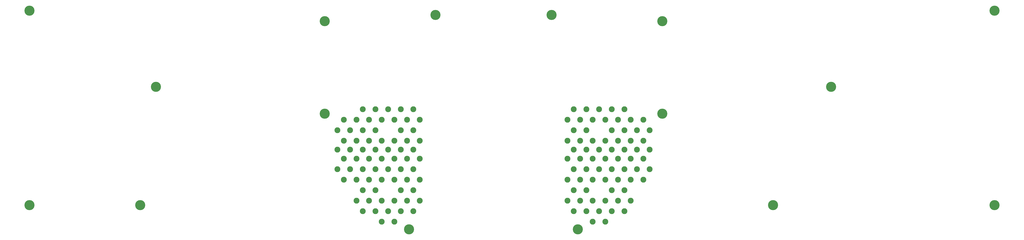
<source format=gbs>
G04 #@! TF.GenerationSoftware,KiCad,Pcbnew,(5.1.6)-1*
G04 #@! TF.CreationDate,2021-02-05T14:28:55+01:00*
G04 #@! TF.ProjectId,top,746f702e-6b69-4636-9164-5f7063625858,rev?*
G04 #@! TF.SameCoordinates,Original*
G04 #@! TF.FileFunction,Soldermask,Bot*
G04 #@! TF.FilePolarity,Negative*
%FSLAX46Y46*%
G04 Gerber Fmt 4.6, Leading zero omitted, Abs format (unit mm)*
G04 Created by KiCad (PCBNEW (5.1.6)-1) date 2021-02-05 14:28:55*
%MOMM*%
%LPD*%
G01*
G04 APERTURE LIST*
%ADD10C,2.800000*%
%ADD11C,1.100000*%
%ADD12C,4.800000*%
G04 APERTURE END LIST*
D10*
X338899600Y-110028400D03*
X347899600Y-114278400D03*
X356899600Y-110028400D03*
X338899600Y-119278400D03*
X329899600Y-114278400D03*
X329899600Y-124278400D03*
X329899600Y-134278400D03*
X338899600Y-139278400D03*
X347899600Y-134278400D03*
X347899600Y-124278400D03*
X356899600Y-119278400D03*
X356899600Y-100778400D03*
X347899600Y-105778400D03*
X329899600Y-105778400D03*
X329899600Y-95778400D03*
X347899600Y-95778400D03*
X338899600Y-90778400D03*
X323899600Y-105778400D03*
X359899600Y-105778400D03*
X353899600Y-105778400D03*
X362899600Y-100778400D03*
X359899600Y-95778400D03*
X362899600Y-110028400D03*
X326899600Y-110028400D03*
X350899600Y-110028400D03*
X344899600Y-110028400D03*
X332899600Y-110028400D03*
X350899600Y-90778400D03*
X359899600Y-114278400D03*
X359899600Y-124278400D03*
X362899600Y-119278400D03*
X350899600Y-100778400D03*
X353899600Y-95778400D03*
X323899600Y-114278400D03*
X350899600Y-119278400D03*
X353899600Y-114278400D03*
X350899600Y-129278400D03*
X353899600Y-124278400D03*
X350899600Y-139278400D03*
X353899600Y-134278400D03*
X326899600Y-119278400D03*
X323899600Y-124278400D03*
X323899600Y-134278400D03*
X326899600Y-129278400D03*
X326899600Y-139278400D03*
X323899600Y-95778400D03*
X326899600Y-90778400D03*
X326899600Y-100778400D03*
X332899600Y-139278400D03*
X344899600Y-139278400D03*
X341899600Y-144278400D03*
X335899600Y-144278400D03*
X344899600Y-119278400D03*
X332899600Y-119278400D03*
X335899600Y-114278400D03*
X341899600Y-114278400D03*
X344899600Y-90778400D03*
X332899600Y-90778400D03*
X335899600Y-134278400D03*
X341899600Y-134278400D03*
X332899600Y-129278400D03*
X344899600Y-129278400D03*
X341899600Y-95778400D03*
X335899600Y-95778400D03*
X344899600Y-100778400D03*
X332899600Y-100778400D03*
X335899600Y-124278400D03*
X341899600Y-124278400D03*
X335899600Y-105778400D03*
X341899600Y-105778400D03*
X235899600Y-105778400D03*
X241899600Y-105778400D03*
X235899600Y-124278400D03*
X241899600Y-124278400D03*
X244899600Y-100778400D03*
X232899600Y-100778400D03*
X241899600Y-95778400D03*
X235899600Y-95778400D03*
X232899600Y-129278400D03*
X244899600Y-129278400D03*
X235899600Y-134278400D03*
X241899600Y-134278400D03*
X244899600Y-90778400D03*
X232899600Y-90778400D03*
X235899600Y-114278400D03*
X241899600Y-114278400D03*
X244899600Y-119278400D03*
X232899600Y-119278400D03*
X241899600Y-144278400D03*
X235899600Y-144278400D03*
X232899600Y-139278400D03*
X244899600Y-139278400D03*
X250899600Y-100778400D03*
X250899600Y-90778400D03*
X253899600Y-95778400D03*
X250899600Y-139278400D03*
X250899600Y-129278400D03*
X253899600Y-134278400D03*
X253899600Y-124278400D03*
X250899600Y-119278400D03*
X223899600Y-134278400D03*
X226899600Y-139278400D03*
X223899600Y-124278400D03*
X226899600Y-129278400D03*
X223899600Y-114278400D03*
X226899600Y-119278400D03*
X253899600Y-114278400D03*
X223899600Y-95778400D03*
X226899600Y-100778400D03*
X214899600Y-119278400D03*
X217899600Y-124278400D03*
X217899600Y-114278400D03*
X226899600Y-90778400D03*
X244899600Y-110028400D03*
X232899600Y-110028400D03*
X226899600Y-110028400D03*
X250899600Y-110028400D03*
X214899600Y-110028400D03*
X217899600Y-95778400D03*
X214899600Y-100778400D03*
X223899600Y-105778400D03*
X217899600Y-105778400D03*
X253899600Y-105778400D03*
X238899600Y-90778400D03*
X229899600Y-95778400D03*
X247899600Y-95778400D03*
X247899600Y-105778400D03*
X229899600Y-105778400D03*
X220899600Y-100778400D03*
X220899600Y-119278400D03*
X229899600Y-124278400D03*
X229899600Y-134278400D03*
X238899600Y-139278400D03*
X247899600Y-134278400D03*
X247899600Y-124278400D03*
X247899600Y-114278400D03*
X238899600Y-119278400D03*
X220899600Y-110028400D03*
X229899600Y-114278400D03*
X238899600Y-110028400D03*
D11*
X370066326Y-47711674D03*
X368899600Y-47228400D03*
X367732874Y-47711674D03*
X367249600Y-48878400D03*
X367732874Y-50045126D03*
X368899600Y-50528400D03*
X370066326Y-50045126D03*
X370549600Y-48878400D03*
D12*
X368899600Y-48878400D03*
D11*
X210066326Y-47711674D03*
X208899600Y-47228400D03*
X207732874Y-47711674D03*
X207249600Y-48878400D03*
X207732874Y-50045126D03*
X208899600Y-50528400D03*
X210066326Y-50045126D03*
X210549600Y-48878400D03*
D12*
X208899600Y-48878400D03*
D11*
X422566326Y-135211674D03*
X421399600Y-134728400D03*
X420232874Y-135211674D03*
X419749600Y-136378400D03*
X420232874Y-137545126D03*
X421399600Y-138028400D03*
X422566326Y-137545126D03*
X423049600Y-136378400D03*
D12*
X421399600Y-136378400D03*
D11*
X122566326Y-135211674D03*
X121399600Y-134728400D03*
X120232874Y-135211674D03*
X119749600Y-136378400D03*
X120232874Y-137545126D03*
X121399600Y-138028400D03*
X122566326Y-137545126D03*
X123049600Y-136378400D03*
D12*
X121399600Y-136378400D03*
D11*
X450084726Y-78944674D03*
X448918000Y-78461400D03*
X447751274Y-78944674D03*
X447268000Y-80111400D03*
X447751274Y-81278126D03*
X448918000Y-81761400D03*
X450084726Y-81278126D03*
X450568000Y-80111400D03*
D12*
X448918000Y-80111400D03*
D11*
X129984726Y-78944674D03*
X128818000Y-78461400D03*
X127651274Y-78944674D03*
X127168000Y-80111400D03*
X127651274Y-81278126D03*
X128818000Y-81761400D03*
X129984726Y-81278126D03*
X130468000Y-80111400D03*
D12*
X128818000Y-80111400D03*
D11*
X370015526Y-91711674D03*
X368848800Y-91228400D03*
X367682074Y-91711674D03*
X367198800Y-92878400D03*
X367682074Y-94045126D03*
X368848800Y-94528400D03*
X370015526Y-94045126D03*
X370498800Y-92878400D03*
D12*
X368848800Y-92878400D03*
D11*
X210015526Y-91711674D03*
X208848800Y-91228400D03*
X207682074Y-91711674D03*
X207198800Y-92878400D03*
X207682074Y-94045126D03*
X208848800Y-94528400D03*
X210015526Y-94045126D03*
X210498800Y-92878400D03*
D12*
X208848800Y-92878400D03*
D11*
X317566326Y-44711674D03*
X316399600Y-44228400D03*
X315232874Y-44711674D03*
X314749600Y-45878400D03*
X315232874Y-47045126D03*
X316399600Y-47528400D03*
X317566326Y-47045126D03*
X318049600Y-45878400D03*
D12*
X316399600Y-45878400D03*
D11*
X262566326Y-44711674D03*
X261399600Y-44228400D03*
X260232874Y-44711674D03*
X259749600Y-45878400D03*
X260232874Y-47045126D03*
X261399600Y-47528400D03*
X262566326Y-47045126D03*
X263049600Y-45878400D03*
D12*
X261399600Y-45878400D03*
D11*
X250015526Y-146711674D03*
X248848800Y-146228400D03*
X247682074Y-146711674D03*
X247198800Y-147878400D03*
X247682074Y-149045126D03*
X248848800Y-149528400D03*
X250015526Y-149045126D03*
X250498800Y-147878400D03*
D12*
X248848800Y-147878400D03*
D11*
X330015526Y-146711674D03*
X328848800Y-146228400D03*
X327682074Y-146711674D03*
X327198800Y-147878400D03*
X327682074Y-149045126D03*
X328848800Y-149528400D03*
X330015526Y-149045126D03*
X330498800Y-147878400D03*
D12*
X328848800Y-147878400D03*
D11*
X527566326Y-135211674D03*
X526399600Y-134728400D03*
X525232874Y-135211674D03*
X524749600Y-136378400D03*
X525232874Y-137545126D03*
X526399600Y-138028400D03*
X527566326Y-137545126D03*
X528049600Y-136378400D03*
D12*
X526399600Y-136378400D03*
D11*
X527566326Y-42711674D03*
X526399600Y-42228400D03*
X525232874Y-42711674D03*
X524749600Y-43878400D03*
X525232874Y-45045126D03*
X526399600Y-45528400D03*
X527566326Y-45045126D03*
X528049600Y-43878400D03*
D12*
X526399600Y-43878400D03*
D11*
X70066326Y-135211674D03*
X68899600Y-134728400D03*
X67732874Y-135211674D03*
X67249600Y-136378400D03*
X67732874Y-137545126D03*
X68899600Y-138028400D03*
X70066326Y-137545126D03*
X70549600Y-136378400D03*
D12*
X68899600Y-136378400D03*
D11*
X70066326Y-42711674D03*
X68899600Y-42228400D03*
X67732874Y-42711674D03*
X67249600Y-43878400D03*
X67732874Y-45045126D03*
X68899600Y-45528400D03*
X70066326Y-45045126D03*
X70549600Y-43878400D03*
D12*
X68899600Y-43878400D03*
M02*

</source>
